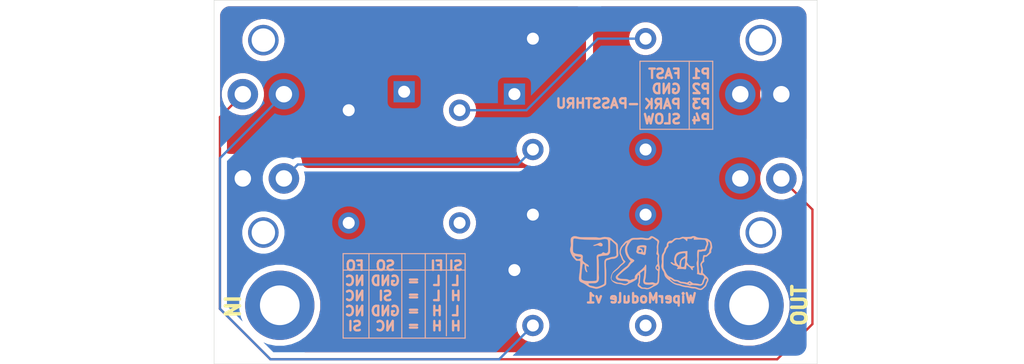
<source format=kicad_pcb>
(kicad_pcb (version 20221018) (generator pcbnew)
  (layers (0 "F.Cu" signal) (31 "B.Cu" signal) (34 "B.Paste" user) (35 "F.Paste" user) (36 "B.SilkS" user "B.Silkscreen") (37 "F.SilkS" user "F.Silkscreen") (38 "B.Mask" user) (39 "F.Mask" user) (44 "Edge.Cuts" user))
  (net 0 "")
  (net 1 "Net-(RLY1-Pad4)")
  (net 2 "Net-(RLY1-Pad5)")
  (net 3 "GND")
  (net 4 "Net-(RLY3-Pad3)")
  (net 5 "/FAST")
  (net 6 "/SLOW_PWR")
  (net 7 "/FAST_WINDINGS")
  (net 8 "/SLOW_WINDINGS")
  (net 9 "PARK")
  (footprint "digikey-footprints:Relay_JSM1-12V-5" (layer "F.Cu") (at 146.05 86.36)
    (fp_text reference "RLY2" hide)
    (fp_text value "Fast" hide)
    (pad "1" thru_hole rect (at 0 0) (size 2.3 2.3) (drill 1.3) (layers "*.Cu" "*.Mask") (net 6 "/SLOW_PWR"))
    (pad "2" thru_hole circle (at 2 6) (size 2.3 2.3) (drill 1.3) (layers "*.Cu" "*.Mask") (net 5 "/FAST"))
    (pad "3" thru_hole circle (at 14.2 6) (size 2.3 2.3) (drill 1.3) (layers "*.Cu" "*.Mask") (net 7 "/FAST_WINDINGS"))
    (pad "4" thru_hole circle (at 14.2 -6) (size 2.3 2.3) (drill 1.3) (layers "*.Cu" "*.Mask") (net 2 "Net-(RLY1-Pad5)"))
    (pad "5" thru_hole circle (at 2 -6) (size 2.3 2.3) (drill 1.3) (layers "*.Cu" "*.Mask") (net 3 "GND"))
  )
  (footprint "digikey-footprints:Relay_JSM1-12V-5" (layer "F.Cu") (at 146.05 105.41)
    (fp_text reference "RLY3" hide)
    (fp_text value "Brake" hide)
    (pad "1" thru_hole rect (at 0 0) (size 2.3 2.3) (drill 1.3) (layers "*.Cu" "*.Mask") (net 3 "GND"))
    (pad "2" thru_hole circle (at 2 6) (size 2.3 2.3) (drill 1.3) (layers "*.Cu" "*.Mask") (net 6 "/SLOW_PWR"))
    (pad "3" thru_hole circle (at 14.2 6) (size 2.3 2.3) (drill 1.3) (layers "*.Cu" "*.Mask") (net 4 "Net-(RLY3-Pad3)"))
    (pad "4" thru_hole circle (at 14.2 -6) (size 2.3 2.3) (drill 1.3) (layers "*.Cu" "*.Mask") (net 8 "/SLOW_WINDINGS"))
    (pad "5" thru_hole circle (at 2 -6) (size 2.3 2.3) (drill 1.3) (layers "*.Cu" "*.Mask") (net 3 "GND"))
  )
  (footprint "digikey-footprints:Relay_JSM1-12V-5" (layer "F.Cu") (at 134.112 86.106 -90)
    (fp_text reference "RLY1" hide)
    (fp_text value "Slow" hide)
    (pad "1" thru_hole rect (at 0 0 270) (size 2.3 2.3) (drill 1.3) (layers "*.Cu" "*.Mask") (net 6 "/SLOW_PWR"))
    (pad "2" thru_hole circle (at 2 6 270) (size 2.3 2.3) (drill 1.3) (layers "*.Cu" "*.Mask") (net 3 "GND"))
    (pad "3" thru_hole circle (at 14.2 6 270) (size 2.3 2.3) (drill 1.3) (layers "*.Cu" "*.Mask") (net 8 "/SLOW_WINDINGS"))
    (pad "4" thru_hole circle (at 14.2 -6 270) (size 2.3 2.3) (drill 1.3) (layers "*.Cu" "*.Mask") (net 1 "Net-(RLY1-Pad4)"))
    (pad "5" thru_hole circle (at 2 -6 270) (size 2.3 2.3) (drill 1.3) (layers "*.Cu" "*.Mask") (net 2 "Net-(RLY1-Pad5)"))
  )
  (footprint "MountingHole:MountingHole_4.3mm_M4_DIN965_Pad" (layer "F.Cu") (at 171.45 109.22)
    (fp_text reference "H1" hide)
    (fp_text value "MountingHole" hide)
    (pad "1" thru_hole circle (at 0 0) (size 7.5 7.5) (drill 4.3) (layers "*.Cu" "*.Mask"))
  )
  (footprint "MountingHole:MountingHole_4.3mm_M4_DIN965_Pad" (layer "F.Cu") (at 120.65 109.22)
    (fp_text reference "H2" hide)
    (fp_text value "MountingHole" hide)
    (pad "1" thru_hole circle (at 0 0) (size 7.5 7.5) (drill 4.299999) (layers "*.Cu" "*.Mask"))
  )
  (footprint "Deutsch_DT:DTF13-4P" (layer "F.Cu") (at 172.72 90.932 180)
    (fp_text reference "J2" hide)
    (fp_text value "Conn_01x04" hide)
    (pad "" np_thru_hole circle (at 0 -10.414 180) (size 3.302 3.302) (drill 2.54) (layers "*.Cu" "*.Mask"))
    (pad "" np_thru_hole circle (at 0 10.414 180) (size 3.302 3.302) (drill 2.54) (layers "*.Cu" "*.Mask"))
    (pad "1" thru_hole circle (at 2.2225 4.5593 180) (size 3.302 3.302) (drill 1.778) (layers "*.Cu" "*.Mask") (net 7 "/FAST_WINDINGS"))
    (pad "2" thru_hole circle (at -2.2225 4.5593 180) (size 3.302 3.302) (drill 1.778) (layers "*.Cu" "*.Mask") (net 3 "GND"))
    (pad "3" thru_hole circle (at -2.2225 -4.5593 180) (size 3.302 3.302) (drill 1.778) (layers "*.Cu" "*.Mask") (net 9 "PARK"))
    (pad "4" thru_hole circle (at 2.2225 -4.5593 180) (size 3.302 3.302) (drill 1.778) (layers "*.Cu" "*.Mask") (net 8 "/SLOW_WINDINGS"))
  )
  (footprint "Deutsch_DT:DTF13-4P" (layer "F.Cu") (at 118.872 90.932)
    (fp_text reference "J1" hide)
    (fp_text value "Conn_01x04" hide)
    (pad "" np_thru_hole circle (at 0 -10.414) (size 3.302 3.302) (drill 2.54) (layers "*.Cu" "*.Mask"))
    (pad "" np_thru_hole circle (at 0 10.414) (size 3.302 3.302) (drill 2.54) (layers "*.Cu" "*.Mask"))
    (pad "1" thru_hole circle (at 2.2225 4.5593) (size 3.302 3.302) (drill 1.778) (layers "*.Cu" "*.Mask") (net 5 "/FAST"))
    (pad "2" thru_hole circle (at -2.2225 4.5593) (size 3.302 3.302) (drill 1.778) (layers "*.Cu" "*.Mask") (net 3 "GND"))
    (pad "3" thru_hole circle (at -2.2225 -4.5593) (size 3.302 3.302) (drill 1.778) (layers "*.Cu" "*.Mask") (net 9 "PARK"))
    (pad "4" thru_hole circle (at 2.2225 -4.5593) (size 3.302 3.302) (drill 1.778) (layers "*.Cu" "*.Mask") (net 6 "/SLOW_PWR"))
  )
  (footprint "DRTLogo:DRTLogo" (layer "B.Cu") (at 159.766 104.648 180)
    (fp_text reference "G1" hide)
    (fp_text value "DRT_Logo" hide)
  )
  (gr_line (start 127.508 112.776) (end 127.508 103.632) (stroke (width 0.12)) (layer "B.SilkS"))
  (gr_line (start 159.639 82.804) (end 167.513 82.804) (stroke (width 0.12)) (layer "B.SilkS"))
  (gr_line (start 136.398 103.632) (end 136.398 112.776) (stroke (width 0.12)) (layer "B.SilkS"))
  (gr_line (start 127.508 105.41) (end 140.716 105.41) (stroke (width 0.12)) (layer "B.SilkS"))
  (gr_line (start 167.513 90.17) (end 159.639 90.17) (stroke (width 0.12)) (layer "B.SilkS"))
  (gr_line (start 138.684 103.632) (end 138.684 112.522) (stroke (width 0.12)) (layer "B.SilkS"))
  (gr_line (start 140.716 103.632) (end 140.716 112.776) (stroke (width 0.12)) (layer "B.SilkS"))
  (gr_line (start 164.973 82.804) (end 164.973 90.17) (stroke (width 0.12)) (layer "B.SilkS"))
  (gr_line (start 130.302 103.632) (end 130.302 112.776) (stroke (width 0.12)) (layer "B.SilkS"))
  (gr_line (start 167.513 82.804) (end 167.513 90.17) (stroke (width 0.12)) (layer "B.SilkS"))
  (gr_line (start 133.858 103.632) (end 133.858 112.776) (stroke (width 0.12)) (layer "B.SilkS"))
  (gr_line (start 127.508 103.632) (end 140.716 103.632) (stroke (width 0.12)) (layer "B.SilkS"))
  (gr_line (start 159.639 90.17) (end 159.639 82.804) (stroke (width 0.12)) (layer "B.SilkS"))
  (gr_line (start 140.716 112.776) (end 127.508 112.776) (stroke (width 0.12)) (layer "B.SilkS"))
  (gr_line (start 113.538 115.57) (end 113.538 76.2) (stroke (width 0.05)) (layer "Edge.Cuts"))
  (gr_line (start 178.816 115.57) (end 113.538 115.57) (stroke (width 0.05)) (layer "Edge.Cuts"))
  (gr_line (start 113.538 76.2) (end 178.816 76.2) (stroke (width 0.05)) (layer "Edge.Cuts"))
  (gr_line (start 178.816 76.2) (end 178.816 115.57) (stroke (width 0.05)) (layer "Edge.Cuts"))
  (gr_text "WiperModule v1" (at 159.766 108.458) (layer "B.SilkS") (effects (font (size 1.016 1.016) (thickness 0.254)) (justify mirror)))
  (gr_text "SI\nL\nH\nL\nH" (at 139.7 108.204) (layer "B.SilkS") (effects (font (size 1.016 1.016) (thickness 0.254)) (justify mirror)))
  (gr_text "SO\nGND\nSI\nGND\nNC" (at 132.08 108.204) (layer "B.SilkS") (effects (font (size 1.016 1.016) (thickness 0.254)) (justify mirror)))
  (gr_text "FI\nL\nL\nH\nH" (at 137.668 108.204) (layer "B.SilkS") (effects (font (size 1.016 1.016) (thickness 0.254)) (justify mirror)))
  (gr_text "FO\nNC\nNC\nNC\nSI" (at 128.778 108.204) (layer "B.SilkS") (effects (font (size 1.016 1.016) (thickness 0.254)) (justify mirror)))
  (gr_text "=\n=\n=\n=" (at 135.128 108.966) (layer "B.SilkS") (effects (font (size 1.016 1.016) (thickness 0.254)) (justify mirror)))
  (gr_text "P1\nP2\nP3\nP4" (at 166.243 86.614) (layer "B.SilkS") (effects (font (size 1.016 1.016) (thickness 0.254)) (justify mirror)))
  (gr_text "FAST\nGND\nPARK\nSLOW" (at 164.211 86.614) (layer "B.SilkS") (effects (font (size 1.016 1.016) (thickness 0.254)) (justify left mirror)))
  (gr_text "-PASSTHRU" (at 155.067 87.376) (layer "B.SilkS") (effects (font (size 1.016 1.016) (thickness 0.254)) (justify mirror)))
  (gr_text "OUT" (at 176.911 109.22 90) (layer "F.SilkS") (effects (font (size 1.524 1.524) (thickness 0.381))))
  (gr_text "IN" (at 115.443 109.347 270) (layer "F.SilkS") (effects (font (size 1.524 1.524) (thickness 0.381))))
  (segment (start 140.112 88.106) (end 140.112 87.98) (width 0.25) (layer "B.Cu") (net 2))
  (segment (start 140.112 88.106) (end 147.352 88.106) (width 0.25) (layer "B.Cu") (net 2))
  (segment (start 140.112 87.98) (end 140.208 87.884) (width 0.25) (layer "B.Cu") (net 2))
  (segment (start 147.352 88.106) (end 155.098 80.36) (width 0.25) (layer "B.Cu") (net 2))
  (segment (start 155.098 80.36) (end 160.25 80.36) (width 0.25) (layer "B.Cu") (net 2))
  (segment (start 146.43 93.98) (end 122.6058 93.98) (width 0.25) (layer "B.Cu") (net 5))
  (segment (start 122.6058 93.98) (end 121.0945 95.4913) (width 0.25) (layer "B.Cu") (net 5))
  (segment (start 148.05 92.36) (end 146.43 93.98) (width 0.25) (layer "B.Cu") (net 5))
  (segment (start 114.173 93.2942) (end 121.0945 86.3727) (width 0.25) (layer "B.Cu") (net 6))
  (segment (start 144.398 115.062) (end 119.634 115.062) (width 0.25) (layer "B.Cu") (net 6))
  (segment (start 119.634 115.062) (end 114.173 109.601) (width 0.25) (layer "B.Cu") (net 6))
  (segment (start 148.05 111.41) (end 144.398 115.062) (width 0.25) (layer "B.Cu") (net 6))
  (segment (start 114.173 109.601) (end 114.173 93.2942) (width 0.25) (layer "B.Cu") (net 6))
  (segment (start 178.308 111.252) (end 174.498 115.062) (width 0.25) (layer "F.Cu") (net 9))
  (segment (start 114.173 109.601) (end 114.173 88.8492) (width 0.25) (layer "F.Cu") (net 9))
  (segment (start 178.308 98.8568) (end 178.308 111.252) (width 0.25) (layer "F.Cu") (net 9))
  (segment (start 174.498 115.062) (end 119.634 115.062) (width 0.25) (layer "F.Cu") (net 9))
  (segment (start 174.9425 95.4913) (end 178.308 98.8568) (width 0.25) (layer "F.Cu") (net 9))
  (segment (start 119.634 115.062) (end 114.173 109.601) (width 0.25) (layer "F.Cu") (net 9))
  (segment (start 114.173 88.8492) (end 116.6495 86.3727) (width 0.25) (layer "F.Cu") (net 9))
  (zone (net 6) (net_name "/SLOW_PWR") (layer "F.Cu") (priority 3) (connect_pads yes (clearance 0.508)) (min_thickness 0.254) (fill yes (thermal_gap 0.508) (thermal_bridge_width 0.508) (smoothing fillet) (radius 1.27))
    (polygon (pts (xy 153.924 94.488) (xy 122.936 94.488) (xy 122.936 92.964) (xy 116.84 92.964) (xy 114.046 92.964) (xy 114.046 76.708) (xy 153.924 76.708)))
  )
  (zone (net 8) (net_name "/SLOW_WINDINGS") (layer "F.Cu") (priority 1) (connect_pads yes (clearance 0.508)) (min_thickness 0.254) (fill yes (thermal_gap 0.508) (thermal_bridge_width 0.508) (smoothing fillet) (radius 1.27))
    (polygon (pts (xy 153.797 94.996) (xy 167.64 94.996) (xy 167.64 92.964) (xy 177.8 92.964) (xy 177.8 114.808) (xy 122.936 114.808) (xy 122.936 94.996)))
  )
  (zone (net 7) (net_name "/FAST_WINDINGS") (layer "F.Cu") (priority 2) (connect_pads yes (clearance 0.508)) (min_thickness 0.254) (fill yes (thermal_gap 0.508) (thermal_bridge_width 0.508) (smoothing fillet) (radius 1.27))
    (polygon (pts (xy 177.8 92.456) (xy 167.132 92.456) (xy 167.132 94.488) (xy 154.432 94.488) (xy 154.432 76.708) (xy 177.8 76.708)))
  )
  (zone (net 3) (net_name "GND") (layer "B.Cu") (connect_pads yes (clearance 0.508)) (min_thickness 0.254) (fill yes (thermal_gap 0.508) (thermal_bridge_width 0.508) (smoothing fillet) (radius 1.27))
    (polygon (pts (xy 177.8 114.808) (xy 114.046 114.808) (xy 114.046 76.708) (xy 177.8 76.708)))
  )
)
</source>
